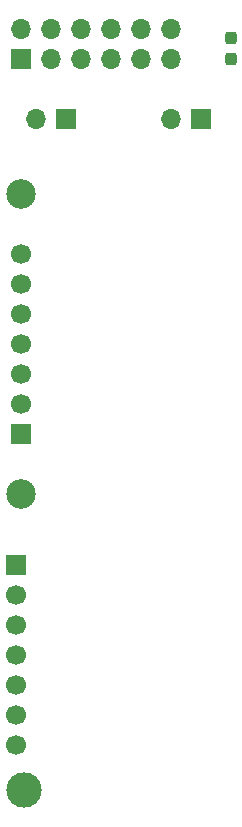
<source format=gts>
G04 #@! TF.GenerationSoftware,KiCad,Pcbnew,6.0.9-8da3e8f707~116~ubuntu20.04.1*
G04 #@! TF.CreationDate,2023-03-08T00:07:42+01:00*
G04 #@! TF.ProjectId,clocks_pmod,636c6f63-6b73-45f7-906d-6f642e6b6963,rev?*
G04 #@! TF.SameCoordinates,Original*
G04 #@! TF.FileFunction,Soldermask,Top*
G04 #@! TF.FilePolarity,Negative*
%FSLAX46Y46*%
G04 Gerber Fmt 4.6, Leading zero omitted, Abs format (unit mm)*
G04 Created by KiCad (PCBNEW 6.0.9-8da3e8f707~116~ubuntu20.04.1) date 2023-03-08 00:07:42*
%MOMM*%
%LPD*%
G01*
G04 APERTURE LIST*
G04 Aperture macros list*
%AMRoundRect*
0 Rectangle with rounded corners*
0 $1 Rounding radius*
0 $2 $3 $4 $5 $6 $7 $8 $9 X,Y pos of 4 corners*
0 Add a 4 corners polygon primitive as box body*
4,1,4,$2,$3,$4,$5,$6,$7,$8,$9,$2,$3,0*
0 Add four circle primitives for the rounded corners*
1,1,$1+$1,$2,$3*
1,1,$1+$1,$4,$5*
1,1,$1+$1,$6,$7*
1,1,$1+$1,$8,$9*
0 Add four rect primitives between the rounded corners*
20,1,$1+$1,$2,$3,$4,$5,0*
20,1,$1+$1,$4,$5,$6,$7,0*
20,1,$1+$1,$6,$7,$8,$9,0*
20,1,$1+$1,$8,$9,$2,$3,0*%
G04 Aperture macros list end*
%ADD10C,2.500000*%
%ADD11R,1.700000X1.700000*%
%ADD12C,1.700000*%
%ADD13C,3.000000*%
%ADD14RoundRect,0.237500X0.237500X-0.287500X0.237500X0.287500X-0.237500X0.287500X-0.237500X-0.287500X0*%
%ADD15O,1.700000X1.700000*%
G04 APERTURE END LIST*
D10*
X81280000Y-85090000D03*
X81280000Y-110490000D03*
D11*
X81280000Y-105410000D03*
D12*
X81280000Y-102870000D03*
X81280000Y-100330000D03*
X81280000Y-97790000D03*
X81280000Y-95250000D03*
X81280000Y-92710000D03*
X81280000Y-90170000D03*
D13*
X81534000Y-135509000D03*
D11*
X80899000Y-116459000D03*
D12*
X80899000Y-118999000D03*
X80899000Y-121539000D03*
X80899000Y-124079000D03*
X80899000Y-126619000D03*
X80899000Y-129159000D03*
X80899000Y-131699000D03*
D14*
X99060000Y-73660000D03*
X99060000Y-71910000D03*
D11*
X81280000Y-73660000D03*
D15*
X81280000Y-71120000D03*
X83820000Y-73660000D03*
X83820000Y-71120000D03*
X86360000Y-73660000D03*
X86360000Y-71120000D03*
X88900000Y-73660000D03*
X88900000Y-71120000D03*
X91440000Y-73660000D03*
X91440000Y-71120000D03*
X93980000Y-73660000D03*
X93980000Y-71120000D03*
D11*
X85090000Y-78740000D03*
D15*
X82550000Y-78740000D03*
D11*
X96520000Y-78740000D03*
D15*
X93980000Y-78740000D03*
M02*

</source>
